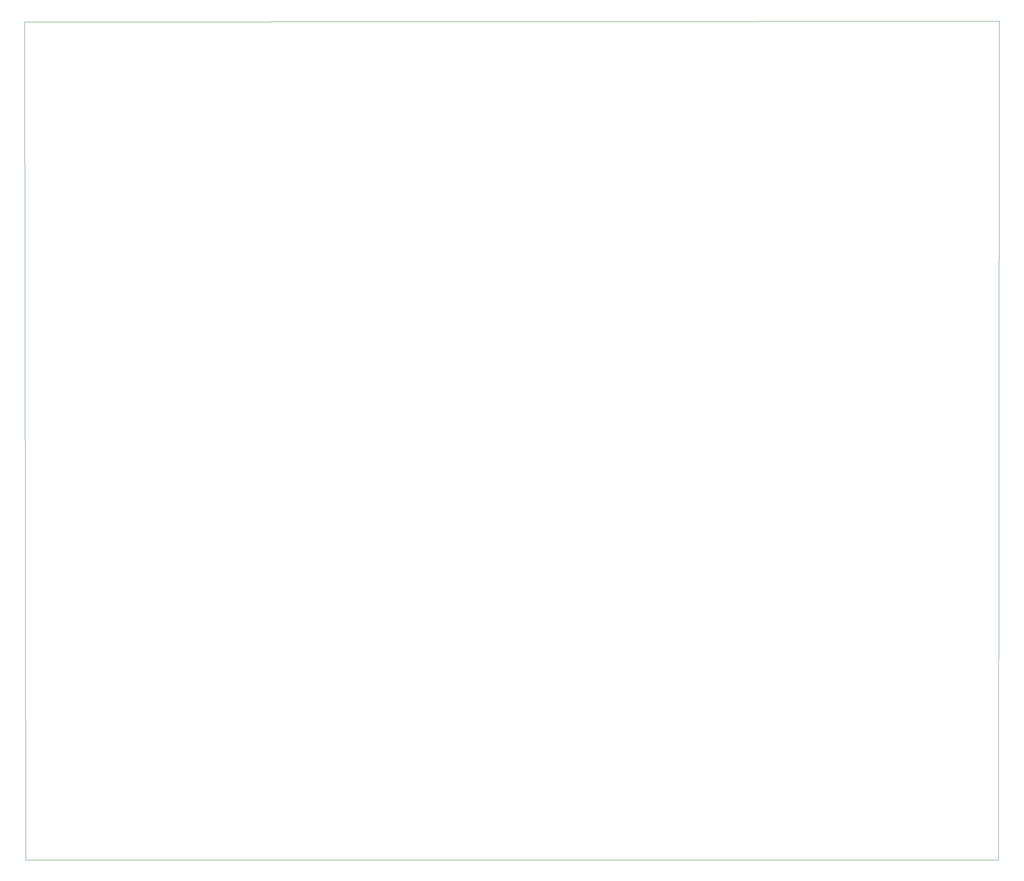
<source format=gbr>
%TF.GenerationSoftware,KiCad,Pcbnew,7.0.11+dfsg-1build4*%
%TF.CreationDate,2025-03-03T16:28:00+05:30*%
%TF.ProjectId,incubator,696e6375-6261-4746-9f72-2e6b69636164,rev?*%
%TF.SameCoordinates,Original*%
%TF.FileFunction,Profile,NP*%
%FSLAX46Y46*%
G04 Gerber Fmt 4.6, Leading zero omitted, Abs format (unit mm)*
G04 Created by KiCad (PCBNEW 7.0.11+dfsg-1build4) date 2025-03-03 16:28:00*
%MOMM*%
%LPD*%
G01*
G04 APERTURE LIST*
%TA.AperFunction,Profile*%
%ADD10C,0.050000*%
%TD*%
G04 APERTURE END LIST*
D10*
X227280064Y-21567236D02*
X227210000Y-13450000D01*
X36321928Y-185342303D02*
X27865000Y-185355000D01*
X27620000Y-13560000D02*
X27850000Y-184810000D01*
X36321928Y-185342303D02*
X227060000Y-185370000D01*
X27850000Y-184810000D02*
X27865000Y-185355000D01*
X227060000Y-185370000D02*
X227280064Y-21567236D01*
X227210000Y-13450000D02*
X27620000Y-13560000D01*
M02*

</source>
